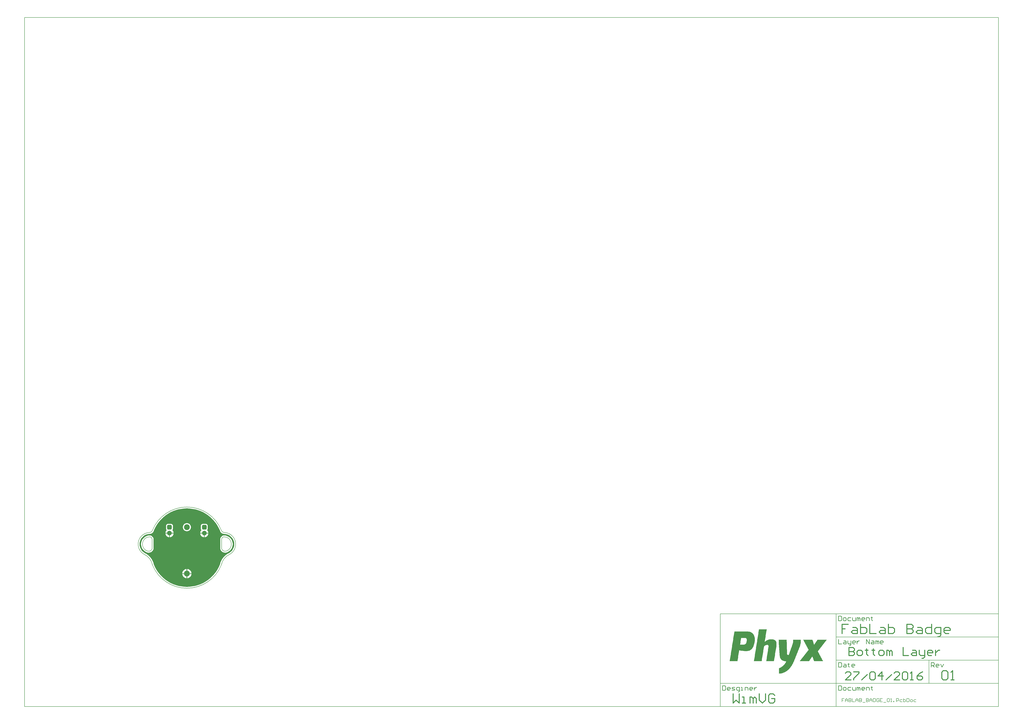
<source format=gbl>
G04 Layer_Physical_Order=2*
G04 Layer_Color=40191*
%FSLAX25Y25*%
%MOIN*%
G70*
G01*
G75*
%ADD12C,0.01575*%
%ADD13C,0.00787*%
%ADD14C,0.00984*%
G04:AMPARAMS|DCode=15|XSize=78.74mil|YSize=78.74mil|CornerRadius=19.69mil|HoleSize=0mil|Usage=FLASHONLY|Rotation=90.000|XOffset=0mil|YOffset=0mil|HoleType=Round|Shape=RoundedRectangle|*
%AMROUNDEDRECTD15*
21,1,0.07874,0.03937,0,0,90.0*
21,1,0.03937,0.07874,0,0,90.0*
1,1,0.03937,0.01969,0.01969*
1,1,0.03937,0.01969,-0.01969*
1,1,0.03937,-0.01969,-0.01969*
1,1,0.03937,-0.01969,0.01969*
%
%ADD15ROUNDEDRECTD15*%
%ADD16C,0.07874*%
%ADD17C,0.09843*%
G36*
X4757Y60440D02*
X9484Y59880D01*
X14153Y58951D01*
X18735Y57659D01*
X23201Y56012D01*
X27524Y54019D01*
X31677Y51693D01*
X35636Y49048D01*
X39374Y46101D01*
X42869Y42869D01*
X46101Y39374D01*
X49048Y35636D01*
X51693Y31677D01*
X54019Y27524D01*
X55576Y24147D01*
X56176Y22697D01*
X56180Y22676D01*
X56188Y22664D01*
X56379Y22139D01*
X57113Y20766D01*
X58100Y19563D01*
X59304Y18575D01*
X60676Y17842D01*
X62166Y17390D01*
X62856Y17313D01*
X63113Y17262D01*
X63257Y17290D01*
X64395Y17226D01*
X64399Y17226D01*
X65374Y17162D01*
X67595Y16720D01*
X69739Y15993D01*
X71770Y14991D01*
X73653Y13733D01*
X75355Y12240D01*
X76848Y10538D01*
X78106Y8655D01*
X79108Y6624D01*
X79835Y4480D01*
X80277Y2259D01*
X80425Y0D01*
X80277Y-2259D01*
X79835Y-4480D01*
X79108Y-6624D01*
X78106Y-8655D01*
X76848Y-10538D01*
X75355Y-12240D01*
X73653Y-13733D01*
X71842Y-14943D01*
X71250Y-15189D01*
X68527Y-16693D01*
X65990Y-18493D01*
X63670Y-20566D01*
X61598Y-22886D01*
X59798Y-25423D01*
X58293Y-28145D01*
X57102Y-31019D01*
X56241Y-34008D01*
X56121Y-34715D01*
X56012Y-35012D01*
X54019Y-39335D01*
X51693Y-43488D01*
X49048Y-47447D01*
X46101Y-51185D01*
X42869Y-54681D01*
X39374Y-57912D01*
X35636Y-60859D01*
X31677Y-63504D01*
X27524Y-65830D01*
X23201Y-67823D01*
X18735Y-69470D01*
X14153Y-70763D01*
X9484Y-71691D01*
X4757Y-72251D01*
X0Y-72438D01*
X-4757Y-72251D01*
X-9484Y-71691D01*
X-14153Y-70763D01*
X-18735Y-69470D01*
X-23201Y-67823D01*
X-27524Y-65830D01*
X-31677Y-63504D01*
X-35636Y-60859D01*
X-39374Y-57912D01*
X-42869Y-54681D01*
X-46101Y-51185D01*
X-49048Y-47447D01*
X-51693Y-43488D01*
X-54019Y-39335D01*
X-56012Y-35012D01*
X-56121Y-34715D01*
X-56241Y-34008D01*
X-57102Y-31019D01*
X-58293Y-28145D01*
X-59798Y-25423D01*
X-61598Y-22886D01*
X-63671Y-20566D01*
X-65990Y-18493D01*
X-68527Y-16693D01*
X-71250Y-15189D01*
X-71842Y-14943D01*
X-73653Y-13733D01*
X-75355Y-12240D01*
X-76848Y-10538D01*
X-78106Y-8655D01*
X-79108Y-6624D01*
X-79835Y-4480D01*
X-80277Y-2259D01*
X-80425Y0D01*
X-80277Y2259D01*
X-79835Y4480D01*
X-79108Y6624D01*
X-78106Y8655D01*
X-76848Y10538D01*
X-75355Y12240D01*
X-73653Y13733D01*
X-71770Y14991D01*
X-69739Y15993D01*
X-67595Y16720D01*
X-65374Y17162D01*
X-64399Y17226D01*
X-64395Y17226D01*
X-63257Y17290D01*
X-63113Y17262D01*
X-62856Y17313D01*
X-62166Y17390D01*
X-60676Y17842D01*
X-59304Y18575D01*
X-58100Y19563D01*
X-57113Y20766D01*
X-56379Y22139D01*
X-56188Y22664D01*
X-56180Y22676D01*
X-56176Y22697D01*
X-55576Y24147D01*
X-54019Y27524D01*
X-51693Y31677D01*
X-49048Y35636D01*
X-46101Y39374D01*
X-42869Y42869D01*
X-39374Y46101D01*
X-35636Y49048D01*
X-31677Y51693D01*
X-27524Y54019D01*
X-23201Y56012D01*
X-18735Y57659D01*
X-14153Y58951D01*
X-9484Y59880D01*
X-4757Y60440D01*
X0Y60627D01*
X4757Y60440D01*
D02*
G37*
%LPC*%
G36*
X591Y-42146D02*
Y-49409D01*
X7854D01*
X7760Y-48456D01*
X7310Y-46972D01*
X6579Y-45604D01*
X5595Y-44405D01*
X4396Y-43421D01*
X3028Y-42690D01*
X1544Y-42240D01*
X591Y-42146D01*
D02*
G37*
G36*
X62992Y14858D02*
X62814Y14823D01*
X62012Y14728D01*
X60762Y14349D01*
X59610Y13733D01*
X58600Y12905D01*
X57772Y11895D01*
X57156Y10743D01*
X56777Y9493D01*
X56649Y8194D01*
X56669Y7987D01*
X56647Y7874D01*
Y-7874D01*
X56830Y-8796D01*
X56892Y-8889D01*
X56989Y-9208D01*
X57786Y-10699D01*
X58859Y-12007D01*
X60167Y-13080D01*
X61659Y-13877D01*
X63277Y-14368D01*
X64961Y-14534D01*
X66644Y-14368D01*
X67527Y-14101D01*
X67682Y-14070D01*
X67688Y-14087D01*
X67851Y-14036D01*
X67914Y-13994D01*
X69737Y-13239D01*
X71725Y-12020D01*
X73498Y-10506D01*
X75012Y-8733D01*
X76231Y-6745D01*
X77123Y-4591D01*
X77667Y-2324D01*
X77850Y0D01*
X77667Y2324D01*
X77123Y4591D01*
X76231Y6745D01*
X75012Y8733D01*
X73498Y10506D01*
X71725Y12020D01*
X69737Y13239D01*
X67584Y14131D01*
X65316Y14675D01*
X62996Y14858D01*
X62996Y14858D01*
X62992Y14858D01*
D02*
G37*
G36*
X-30118Y18032D02*
X-36393D01*
X-36318Y17271D01*
X-35924Y15973D01*
X-35284Y14776D01*
X-34423Y13727D01*
X-33374Y12866D01*
X-32177Y12226D01*
X-30878Y11832D01*
X-30118Y11757D01*
Y18032D01*
D02*
G37*
G36*
X7854Y-50591D02*
X591D01*
Y-57854D01*
X1544Y-57760D01*
X3028Y-57310D01*
X4396Y-56579D01*
X5595Y-55595D01*
X6579Y-54396D01*
X7310Y-53028D01*
X7760Y-51544D01*
X7854Y-50591D01*
D02*
G37*
G36*
X-591Y-42146D02*
X-1544Y-42240D01*
X-3028Y-42690D01*
X-4396Y-43421D01*
X-5595Y-44405D01*
X-6579Y-45604D01*
X-7310Y-46972D01*
X-7760Y-48456D01*
X-7854Y-49409D01*
X-591D01*
Y-42146D01*
D02*
G37*
G36*
Y-50591D02*
X-7854D01*
X-7760Y-51544D01*
X-7310Y-53028D01*
X-6579Y-54396D01*
X-5595Y-55595D01*
X-4396Y-56579D01*
X-3028Y-57310D01*
X-1544Y-57760D01*
X-591Y-57854D01*
Y-50591D01*
D02*
G37*
G36*
X28937Y18032D02*
X22663D01*
X22738Y17271D01*
X23131Y15973D01*
X23771Y14776D01*
X24632Y13727D01*
X25681Y12866D01*
X26878Y12226D01*
X28177Y11832D01*
X28937Y11757D01*
Y18032D01*
D02*
G37*
G36*
X-27559Y34561D02*
X-31496D01*
X-32524Y34426D01*
X-33481Y34029D01*
X-34304Y33399D01*
X-34935Y32576D01*
X-35332Y31618D01*
X-35467Y30591D01*
Y26654D01*
X-35332Y25626D01*
X-34935Y24668D01*
X-34304Y23846D01*
X-35211Y22557D01*
X-35284Y22468D01*
X-35924Y21271D01*
X-36318Y19973D01*
X-36393Y19213D01*
X-29528D01*
X-22663D01*
X-22738Y19973D01*
X-23131Y21271D01*
X-23771Y22468D01*
X-23844Y22557D01*
X-24751Y23846D01*
X-24120Y24668D01*
X-23723Y25626D01*
X-23588Y26654D01*
Y30591D01*
X-23723Y31618D01*
X-24120Y32576D01*
X-24751Y33399D01*
X-25574Y34029D01*
X-26531Y34426D01*
X-27559Y34561D01*
D02*
G37*
G36*
X31496D02*
X27559D01*
X26531Y34426D01*
X25574Y34029D01*
X24751Y33399D01*
X24120Y32576D01*
X23723Y31618D01*
X23588Y30591D01*
Y26654D01*
X23723Y25626D01*
X24120Y24668D01*
X24751Y23846D01*
X23844Y22557D01*
X23771Y22468D01*
X23131Y21271D01*
X22738Y19973D01*
X22663Y19213D01*
X29528D01*
X36393D01*
X36318Y19973D01*
X35924Y21271D01*
X35284Y22468D01*
X35211Y22557D01*
X34304Y23846D01*
X34935Y24668D01*
X35332Y25626D01*
X35467Y26654D01*
Y30591D01*
X35332Y31618D01*
X34935Y32576D01*
X34304Y33399D01*
X33481Y34029D01*
X32524Y34426D01*
X31496Y34561D01*
D02*
G37*
G36*
X0Y35663D02*
X-1351Y35530D01*
X-2649Y35136D01*
X-3846Y34497D01*
X-4895Y33636D01*
X-5756Y32586D01*
X-6396Y31389D01*
X-6790Y30091D01*
X-6923Y28740D01*
X-6790Y27389D01*
X-6396Y26091D01*
X-5756Y24894D01*
X-4895Y23845D01*
X-3846Y22984D01*
X-2649Y22344D01*
X-1351Y21950D01*
X0Y21817D01*
X1351Y21950D01*
X2649Y22344D01*
X3846Y22984D01*
X4895Y23845D01*
X5756Y24894D01*
X6396Y26091D01*
X6790Y27389D01*
X6923Y28740D01*
X6790Y30091D01*
X6396Y31389D01*
X5756Y32586D01*
X4895Y33636D01*
X3846Y34497D01*
X2649Y35136D01*
X1351Y35530D01*
X0Y35663D01*
D02*
G37*
G36*
X-22663Y18032D02*
X-28937D01*
Y11757D01*
X-28177Y11832D01*
X-26878Y12226D01*
X-25681Y12866D01*
X-24632Y13727D01*
X-23771Y14776D01*
X-23131Y15973D01*
X-22738Y17271D01*
X-22663Y18032D01*
D02*
G37*
G36*
X36393D02*
X30118D01*
Y11757D01*
X30878Y11832D01*
X32177Y12226D01*
X33374Y12866D01*
X34423Y13727D01*
X35284Y14776D01*
X35924Y15973D01*
X36318Y17271D01*
X36393Y18032D01*
D02*
G37*
G36*
X-62992Y14858D02*
X-62996Y14858D01*
X-62996D01*
X-65316Y14675D01*
X-67584Y14131D01*
X-69737Y13239D01*
X-71725Y12020D01*
X-73498Y10506D01*
X-75012Y8733D01*
X-76231Y6745D01*
X-77123Y4591D01*
X-77667Y2324D01*
X-77850Y0D01*
X-77667Y-2324D01*
X-77123Y-4591D01*
X-76231Y-6745D01*
X-75012Y-8733D01*
X-73498Y-10506D01*
X-71725Y-12020D01*
X-69737Y-13239D01*
X-67914Y-13994D01*
X-67851Y-14036D01*
X-67688Y-14087D01*
X-67682Y-14070D01*
X-67527Y-14101D01*
X-66644Y-14368D01*
X-64961Y-14534D01*
X-63277Y-14368D01*
X-61659Y-13877D01*
X-60167Y-13080D01*
X-58859Y-12007D01*
X-57786Y-10699D01*
X-56989Y-9208D01*
X-56892Y-8889D01*
X-56830Y-8796D01*
X-56647Y-7874D01*
Y7874D01*
X-56669Y7987D01*
X-56649Y8194D01*
X-56777Y9493D01*
X-57156Y10743D01*
X-57772Y11895D01*
X-58600Y12905D01*
X-59610Y13733D01*
X-60762Y14349D01*
X-62012Y14728D01*
X-62657Y14792D01*
X-62814Y14823D01*
Y14823D01*
X-62992Y14858D01*
D02*
G37*
%LPD*%
G36*
X1042339Y-162457D02*
Y-162743D01*
Y-163030D01*
Y-163316D01*
Y-163602D01*
Y-163889D01*
Y-164175D01*
Y-164461D01*
Y-164748D01*
Y-165034D01*
Y-165320D01*
Y-165607D01*
Y-165893D01*
Y-166179D01*
Y-166466D01*
Y-166752D01*
Y-167038D01*
Y-167324D01*
Y-167611D01*
Y-167897D01*
Y-168183D01*
X1042053D01*
Y-168470D01*
Y-168756D01*
Y-169042D01*
Y-169329D01*
Y-169615D01*
X1041767D01*
Y-169901D01*
Y-170188D01*
Y-170474D01*
Y-170760D01*
X1041481D01*
Y-171047D01*
Y-171333D01*
Y-171619D01*
Y-171906D01*
X1041194D01*
Y-172192D01*
Y-172478D01*
Y-172764D01*
X1040908D01*
Y-173051D01*
Y-173337D01*
Y-173623D01*
X1040622D01*
Y-173910D01*
Y-174196D01*
Y-174482D01*
X1040335D01*
Y-174769D01*
Y-175055D01*
Y-175341D01*
X1040049D01*
Y-175628D01*
Y-175914D01*
X1039763D01*
Y-176200D01*
Y-176487D01*
X1039476D01*
Y-176773D01*
Y-177059D01*
Y-177345D01*
X1039190D01*
Y-177632D01*
Y-177918D01*
X1038904D01*
Y-178204D01*
Y-178491D01*
Y-178777D01*
X1038617D01*
Y-179063D01*
Y-179350D01*
X1038331D01*
Y-179636D01*
Y-179922D01*
Y-180209D01*
X1038045D01*
Y-180495D01*
Y-180781D01*
X1037758D01*
Y-181068D01*
Y-181354D01*
Y-181640D01*
X1037472D01*
Y-181926D01*
Y-182213D01*
X1037186D01*
Y-182499D01*
Y-182785D01*
Y-183072D01*
X1036899D01*
Y-183358D01*
Y-183644D01*
X1036613D01*
Y-183931D01*
Y-184217D01*
Y-184503D01*
X1036327D01*
Y-184790D01*
Y-185076D01*
X1036041D01*
Y-185362D01*
Y-185649D01*
Y-185935D01*
X1035754D01*
Y-186221D01*
Y-186507D01*
X1035468D01*
Y-186794D01*
Y-187080D01*
Y-187366D01*
X1035182D01*
Y-187653D01*
Y-187939D01*
X1034895D01*
Y-188225D01*
Y-188512D01*
Y-188798D01*
X1034609D01*
Y-189084D01*
Y-189371D01*
X1034323D01*
Y-189657D01*
Y-189943D01*
Y-190229D01*
X1034036D01*
Y-190516D01*
Y-190802D01*
X1033750D01*
Y-191088D01*
Y-191375D01*
Y-191661D01*
X1033464D01*
Y-191947D01*
Y-192234D01*
X1033177D01*
Y-192520D01*
Y-192806D01*
Y-193093D01*
X1032891D01*
Y-193379D01*
Y-193665D01*
X1032605D01*
Y-193952D01*
Y-194238D01*
Y-194524D01*
X1032318D01*
Y-194810D01*
Y-195097D01*
X1032032D01*
Y-195383D01*
Y-195669D01*
Y-195956D01*
X1031746D01*
Y-196242D01*
Y-196528D01*
X1031460D01*
Y-196815D01*
Y-197101D01*
Y-197387D01*
X1031173D01*
Y-197674D01*
Y-197960D01*
X1030887D01*
Y-198246D01*
Y-198533D01*
Y-198819D01*
X1030601D01*
Y-199105D01*
Y-199391D01*
X1030314D01*
Y-199678D01*
Y-199964D01*
X1030028D01*
Y-200251D01*
Y-200537D01*
X1029742D01*
Y-200823D01*
Y-201109D01*
Y-201396D01*
X1029455D01*
Y-201682D01*
X1029169D01*
Y-201968D01*
Y-202255D01*
Y-202541D01*
X1028883D01*
Y-202827D01*
X1028596D01*
Y-203114D01*
Y-203400D01*
X1028310D01*
Y-203686D01*
Y-203973D01*
X1028024D01*
Y-204259D01*
Y-204545D01*
X1027738D01*
Y-204832D01*
Y-205118D01*
X1027451D01*
Y-205404D01*
X1027165D01*
Y-205690D01*
Y-205977D01*
X1026879D01*
Y-206263D01*
Y-206549D01*
X1026592D01*
Y-206836D01*
X1026306D01*
Y-207122D01*
X1026020D01*
Y-207408D01*
Y-207695D01*
X1025733D01*
Y-207981D01*
X1025447D01*
Y-208267D01*
Y-208554D01*
X1025161D01*
Y-208840D01*
X1024874D01*
Y-209126D01*
X1024588D01*
Y-209413D01*
Y-209699D01*
X1024302D01*
Y-209985D01*
X1024015D01*
Y-210271D01*
X1023729D01*
Y-210558D01*
X1023443D01*
Y-210844D01*
X1023157D01*
Y-211130D01*
Y-211417D01*
X1022870D01*
Y-211703D01*
X1022584D01*
Y-211989D01*
X1022297D01*
Y-212276D01*
X1022011D01*
Y-212562D01*
X1021725D01*
Y-212848D01*
X1021439D01*
Y-213135D01*
X1021152D01*
Y-213421D01*
X1020580D01*
Y-213707D01*
X1020293D01*
Y-213994D01*
X1020007D01*
Y-214280D01*
X1019721D01*
Y-214566D01*
X1019434D01*
Y-214852D01*
X1018862D01*
Y-215139D01*
X1018575D01*
Y-215425D01*
X1018003D01*
Y-215711D01*
X1017717D01*
Y-215998D01*
X1017144D01*
Y-216284D01*
X1016858D01*
Y-216570D01*
X1016285D01*
Y-216857D01*
X1015712D01*
Y-217143D01*
X1015140D01*
Y-217429D01*
X1014567D01*
Y-217716D01*
X1013995D01*
Y-218002D01*
X1013136D01*
Y-218288D01*
X1012563D01*
Y-218575D01*
X1011704D01*
Y-218861D01*
X1010559D01*
Y-219147D01*
X1009414D01*
Y-219433D01*
X1007696D01*
Y-219720D01*
X1005691D01*
Y-220006D01*
X1005405D01*
Y-219720D01*
Y-219433D01*
Y-219147D01*
Y-218861D01*
Y-218575D01*
Y-218288D01*
Y-218002D01*
Y-217716D01*
Y-217429D01*
Y-217143D01*
Y-216857D01*
Y-216570D01*
Y-216284D01*
Y-215998D01*
Y-215711D01*
Y-215425D01*
Y-215139D01*
Y-214852D01*
Y-214566D01*
Y-214280D01*
Y-213994D01*
Y-213707D01*
Y-213421D01*
Y-213135D01*
Y-212848D01*
Y-212562D01*
Y-212276D01*
Y-211989D01*
Y-211703D01*
Y-211417D01*
Y-211130D01*
Y-210844D01*
Y-210558D01*
X1005978D01*
Y-210271D01*
X1006550D01*
Y-209985D01*
X1007123D01*
Y-209699D01*
X1007696D01*
Y-209413D01*
X1008268D01*
Y-209126D01*
X1008841D01*
Y-208840D01*
X1009127D01*
Y-208554D01*
X1009700D01*
Y-208267D01*
X1009986D01*
Y-207981D01*
X1010559D01*
Y-207695D01*
X1010845D01*
Y-207408D01*
X1011131D01*
Y-207122D01*
X1011704D01*
Y-206836D01*
X1011990D01*
Y-206549D01*
X1012277D01*
Y-206263D01*
X1012563D01*
Y-205977D01*
X1012849D01*
Y-205690D01*
X1013136D01*
Y-205404D01*
X1013422D01*
Y-205118D01*
X1013708D01*
Y-204832D01*
X1013995D01*
Y-204545D01*
X1014281D01*
Y-204259D01*
X1014567D01*
Y-203973D01*
X1014853D01*
Y-203686D01*
Y-203400D01*
X1015140D01*
Y-203114D01*
X1015426D01*
Y-202827D01*
X1015712D01*
Y-202541D01*
Y-202255D01*
X1015999D01*
Y-201968D01*
X1016285D01*
Y-201682D01*
Y-201396D01*
X1016571D01*
Y-201109D01*
Y-200823D01*
X1016858D01*
Y-200537D01*
X1017144D01*
Y-200251D01*
Y-199964D01*
X1017430D01*
Y-199678D01*
Y-199391D01*
X1017717D01*
Y-199105D01*
Y-198819D01*
X1015999D01*
Y-198533D01*
X1013995D01*
Y-198246D01*
X1012849D01*
Y-197960D01*
X1012277D01*
Y-197674D01*
X1011418D01*
Y-197387D01*
X1010845D01*
Y-197101D01*
X1010559D01*
Y-196815D01*
X1009986D01*
Y-196528D01*
X1009700D01*
Y-196242D01*
X1009414D01*
Y-195956D01*
X1009127D01*
Y-195669D01*
X1008841D01*
Y-195383D01*
X1008554D01*
Y-195097D01*
Y-194810D01*
X1008268D01*
Y-194524D01*
X1007982D01*
Y-194238D01*
Y-193952D01*
X1007696D01*
Y-193665D01*
Y-193379D01*
X1007409D01*
Y-193093D01*
Y-192806D01*
X1007123D01*
Y-192520D01*
Y-192234D01*
Y-191947D01*
X1006837D01*
Y-191661D01*
Y-191375D01*
Y-191088D01*
Y-190802D01*
X1006550D01*
Y-190516D01*
Y-190229D01*
Y-189943D01*
Y-189657D01*
Y-189371D01*
Y-189084D01*
Y-188798D01*
X1006264D01*
Y-188512D01*
Y-188225D01*
Y-187939D01*
Y-187653D01*
Y-187366D01*
Y-187080D01*
Y-186794D01*
Y-186507D01*
Y-186221D01*
Y-185935D01*
Y-185649D01*
Y-185362D01*
Y-185076D01*
Y-184790D01*
Y-184503D01*
X1005978D01*
Y-184217D01*
Y-183931D01*
Y-183644D01*
Y-183358D01*
Y-183072D01*
Y-182785D01*
Y-182499D01*
Y-182213D01*
Y-181926D01*
Y-181640D01*
Y-181354D01*
Y-181068D01*
Y-180781D01*
Y-180495D01*
Y-180209D01*
X1005691D01*
Y-179922D01*
Y-179636D01*
Y-179350D01*
Y-179063D01*
Y-178777D01*
Y-178491D01*
Y-178204D01*
Y-177918D01*
Y-177632D01*
Y-177345D01*
Y-177059D01*
Y-176773D01*
Y-176487D01*
Y-176200D01*
Y-175914D01*
Y-175628D01*
X1005405D01*
Y-175341D01*
Y-175055D01*
Y-174769D01*
Y-174482D01*
Y-174196D01*
Y-173910D01*
Y-173623D01*
Y-173337D01*
Y-173051D01*
Y-172764D01*
Y-172478D01*
Y-172192D01*
Y-171906D01*
Y-171619D01*
Y-171333D01*
Y-171047D01*
X1005119D01*
Y-170760D01*
Y-170474D01*
Y-170188D01*
Y-169901D01*
Y-169615D01*
Y-169329D01*
Y-169042D01*
Y-168756D01*
Y-168470D01*
Y-168183D01*
Y-167897D01*
Y-167611D01*
Y-167324D01*
Y-167038D01*
X1004832D01*
Y-166752D01*
Y-166466D01*
Y-166179D01*
Y-165893D01*
Y-165607D01*
Y-165320D01*
Y-165034D01*
Y-164748D01*
Y-164461D01*
Y-164175D01*
Y-163889D01*
Y-163602D01*
Y-163316D01*
Y-163030D01*
Y-162743D01*
Y-162457D01*
X1004546D01*
Y-162171D01*
X1018289D01*
Y-162457D01*
Y-162743D01*
Y-163030D01*
Y-163316D01*
Y-163602D01*
Y-163889D01*
Y-164175D01*
Y-164461D01*
Y-164748D01*
Y-165034D01*
Y-165320D01*
Y-165607D01*
Y-165893D01*
Y-166179D01*
X1018575D01*
Y-166466D01*
Y-166752D01*
Y-167038D01*
Y-167324D01*
Y-167611D01*
Y-167897D01*
Y-168183D01*
Y-168470D01*
Y-168756D01*
Y-169042D01*
Y-169329D01*
Y-169615D01*
Y-169901D01*
Y-170188D01*
Y-170474D01*
Y-170760D01*
Y-171047D01*
Y-171333D01*
Y-171619D01*
Y-171906D01*
Y-172192D01*
Y-172478D01*
Y-172764D01*
Y-173051D01*
Y-173337D01*
Y-173623D01*
Y-173910D01*
Y-174196D01*
Y-174482D01*
Y-174769D01*
Y-175055D01*
Y-175341D01*
Y-175628D01*
Y-175914D01*
Y-176200D01*
Y-176487D01*
Y-176773D01*
Y-177059D01*
Y-177345D01*
Y-177632D01*
Y-177918D01*
X1018862D01*
Y-178204D01*
X1018575D01*
Y-178491D01*
Y-178777D01*
X1018862D01*
Y-179063D01*
Y-179350D01*
Y-179636D01*
Y-179922D01*
Y-180209D01*
Y-180495D01*
Y-180781D01*
Y-181068D01*
Y-181354D01*
Y-181640D01*
Y-181926D01*
Y-182213D01*
Y-182499D01*
Y-182785D01*
Y-183072D01*
Y-183358D01*
Y-183644D01*
Y-183931D01*
Y-184217D01*
Y-184503D01*
Y-184790D01*
Y-185076D01*
Y-185362D01*
Y-185649D01*
Y-185935D01*
Y-186221D01*
X1019148D01*
Y-186507D01*
Y-186794D01*
Y-187080D01*
X1019434D01*
Y-187366D01*
X1019721D01*
Y-187653D01*
X1020007D01*
Y-187939D01*
X1020866D01*
Y-188225D01*
X1021725D01*
Y-187939D01*
X1022011D01*
Y-187653D01*
Y-187366D01*
Y-187080D01*
X1022297D01*
Y-186794D01*
Y-186507D01*
X1022584D01*
Y-186221D01*
Y-185935D01*
Y-185649D01*
X1022870D01*
Y-185362D01*
Y-185076D01*
Y-184790D01*
X1023157D01*
Y-184503D01*
Y-184217D01*
Y-183931D01*
X1023443D01*
Y-183644D01*
Y-183358D01*
Y-183072D01*
X1023729D01*
Y-182785D01*
Y-182499D01*
X1024015D01*
Y-182213D01*
Y-181926D01*
Y-181640D01*
X1024302D01*
Y-181354D01*
Y-181068D01*
Y-180781D01*
X1024588D01*
Y-180495D01*
Y-180209D01*
Y-179922D01*
X1024874D01*
Y-179636D01*
Y-179350D01*
X1025161D01*
Y-179063D01*
Y-178777D01*
Y-178491D01*
X1025447D01*
Y-178204D01*
Y-177918D01*
Y-177632D01*
X1025733D01*
Y-177345D01*
Y-177059D01*
Y-176773D01*
X1026020D01*
Y-176487D01*
Y-176200D01*
X1026306D01*
Y-175914D01*
Y-175628D01*
Y-175341D01*
X1026592D01*
Y-175055D01*
Y-174769D01*
Y-174482D01*
X1026879D01*
Y-174196D01*
Y-173910D01*
Y-173623D01*
X1027165D01*
Y-173337D01*
Y-173051D01*
X1027451D01*
Y-172764D01*
Y-172478D01*
Y-172192D01*
X1027738D01*
Y-171906D01*
Y-171619D01*
Y-171333D01*
X1028024D01*
Y-171047D01*
Y-170760D01*
Y-170474D01*
X1028310D01*
Y-170188D01*
Y-169901D01*
Y-169615D01*
Y-169329D01*
X1028596D01*
Y-169042D01*
Y-168756D01*
Y-168470D01*
Y-168183D01*
X1028883D01*
Y-167897D01*
Y-167611D01*
Y-167324D01*
Y-167038D01*
Y-166752D01*
X1029169D01*
Y-166466D01*
Y-166179D01*
Y-165893D01*
Y-165607D01*
Y-165320D01*
Y-165034D01*
X1029455D01*
Y-164748D01*
Y-164461D01*
Y-164175D01*
Y-163889D01*
Y-163602D01*
Y-163316D01*
Y-163030D01*
Y-162743D01*
Y-162457D01*
Y-162171D01*
X1042339D01*
Y-162457D01*
D02*
G37*
G36*
X984504Y-144992D02*
Y-145278D01*
X984218D01*
Y-145565D01*
Y-145851D01*
Y-146137D01*
Y-146424D01*
Y-146710D01*
Y-146996D01*
X983932D01*
Y-147283D01*
Y-147569D01*
Y-147855D01*
Y-148142D01*
Y-148428D01*
Y-148714D01*
X983645D01*
Y-149001D01*
Y-149287D01*
Y-149573D01*
Y-149859D01*
Y-150146D01*
Y-150432D01*
Y-150718D01*
X983359D01*
Y-151005D01*
Y-151291D01*
Y-151577D01*
Y-151864D01*
Y-152150D01*
Y-152436D01*
X983073D01*
Y-152723D01*
Y-153009D01*
Y-153295D01*
Y-153582D01*
Y-153868D01*
Y-154154D01*
X982786D01*
Y-154440D01*
Y-154727D01*
Y-155013D01*
Y-155299D01*
Y-155586D01*
Y-155872D01*
Y-156158D01*
X982500D01*
Y-156445D01*
Y-156731D01*
Y-157017D01*
Y-157304D01*
Y-157590D01*
Y-157876D01*
X982214D01*
Y-158162D01*
Y-158449D01*
Y-158735D01*
Y-159021D01*
Y-159308D01*
Y-159594D01*
X981927D01*
Y-159880D01*
Y-160167D01*
Y-160453D01*
Y-160739D01*
Y-161026D01*
Y-161312D01*
X981641D01*
Y-161598D01*
Y-161884D01*
Y-162171D01*
Y-162457D01*
Y-162743D01*
Y-163030D01*
Y-163316D01*
X981355D01*
Y-163602D01*
Y-163889D01*
Y-164175D01*
Y-164461D01*
Y-164748D01*
Y-165034D01*
X981069D01*
Y-165320D01*
Y-165607D01*
X981641D01*
Y-165320D01*
X981927D01*
Y-165034D01*
X982214D01*
Y-164748D01*
X982786D01*
Y-164461D01*
X983073D01*
Y-164175D01*
X983359D01*
Y-163889D01*
X983932D01*
Y-163602D01*
X984504D01*
Y-163316D01*
X984791D01*
Y-163030D01*
X985363D01*
Y-162743D01*
X986222D01*
Y-162457D01*
X986795D01*
Y-162171D01*
X987654D01*
Y-161884D01*
X989085D01*
Y-161598D01*
X995384D01*
Y-161884D01*
X996529D01*
Y-162171D01*
X997388D01*
Y-162457D01*
X997961D01*
Y-162743D01*
X998247D01*
Y-163030D01*
X998820D01*
Y-163316D01*
X999106D01*
Y-163602D01*
X999393D01*
Y-163889D01*
X999679D01*
Y-164175D01*
X999965D01*
Y-164461D01*
Y-164748D01*
X1000251D01*
Y-165034D01*
Y-165320D01*
X1000538D01*
Y-165607D01*
Y-165893D01*
Y-166179D01*
X1000824D01*
Y-166466D01*
Y-166752D01*
Y-167038D01*
Y-167324D01*
X1001110D01*
Y-167611D01*
Y-167897D01*
Y-168183D01*
Y-168470D01*
Y-168756D01*
Y-169042D01*
Y-169329D01*
Y-169615D01*
Y-169901D01*
Y-170188D01*
Y-170474D01*
Y-170760D01*
Y-171047D01*
Y-171333D01*
Y-171619D01*
Y-171906D01*
Y-172192D01*
Y-172478D01*
X1000824D01*
Y-172764D01*
Y-173051D01*
Y-173337D01*
Y-173623D01*
Y-173910D01*
Y-174196D01*
Y-174482D01*
X1000538D01*
Y-174769D01*
Y-175055D01*
Y-175341D01*
Y-175628D01*
Y-175914D01*
Y-176200D01*
Y-176487D01*
X1000251D01*
Y-176773D01*
Y-177059D01*
Y-177345D01*
Y-177632D01*
Y-177918D01*
Y-178204D01*
X999965D01*
Y-178491D01*
Y-178777D01*
Y-179063D01*
Y-179350D01*
Y-179636D01*
Y-179922D01*
X999679D01*
Y-180209D01*
Y-180495D01*
Y-180781D01*
Y-181068D01*
Y-181354D01*
Y-181640D01*
X999393D01*
Y-181926D01*
Y-182213D01*
Y-182499D01*
Y-182785D01*
Y-183072D01*
Y-183358D01*
Y-183644D01*
X999106D01*
Y-183931D01*
Y-184217D01*
Y-184503D01*
Y-184790D01*
Y-185076D01*
Y-185362D01*
X998820D01*
Y-185649D01*
Y-185935D01*
Y-186221D01*
Y-186507D01*
Y-186794D01*
Y-187080D01*
X998534D01*
Y-187366D01*
Y-187653D01*
Y-187939D01*
Y-188225D01*
Y-188512D01*
Y-188798D01*
Y-189084D01*
X998247D01*
Y-189371D01*
Y-189657D01*
Y-189943D01*
Y-190229D01*
Y-190516D01*
Y-190802D01*
X997961D01*
Y-191088D01*
Y-191375D01*
Y-191661D01*
Y-191947D01*
Y-192234D01*
Y-192520D01*
X997675D01*
Y-192806D01*
Y-193093D01*
Y-193379D01*
Y-193665D01*
Y-193952D01*
Y-194238D01*
X997388D01*
Y-194524D01*
Y-194810D01*
Y-195097D01*
Y-195383D01*
Y-195669D01*
Y-195956D01*
Y-196242D01*
X997102D01*
Y-196528D01*
Y-196815D01*
Y-197101D01*
Y-197387D01*
Y-197674D01*
Y-197960D01*
X996816D01*
Y-198246D01*
Y-198533D01*
X983645D01*
Y-198246D01*
Y-197960D01*
X983932D01*
Y-197674D01*
Y-197387D01*
Y-197101D01*
Y-196815D01*
Y-196528D01*
Y-196242D01*
X984218D01*
Y-195956D01*
Y-195669D01*
Y-195383D01*
Y-195097D01*
Y-194810D01*
Y-194524D01*
Y-194238D01*
X984504D01*
Y-193952D01*
Y-193665D01*
Y-193379D01*
Y-193093D01*
Y-192806D01*
Y-192520D01*
X984791D01*
Y-192234D01*
Y-191947D01*
Y-191661D01*
Y-191375D01*
Y-191088D01*
Y-190802D01*
X985077D01*
Y-190516D01*
Y-190229D01*
Y-189943D01*
Y-189657D01*
Y-189371D01*
Y-189084D01*
Y-188798D01*
X985363D01*
Y-188512D01*
Y-188225D01*
Y-187939D01*
Y-187653D01*
Y-187366D01*
Y-187080D01*
X985649D01*
Y-186794D01*
Y-186507D01*
Y-186221D01*
Y-185935D01*
Y-185649D01*
Y-185362D01*
Y-185076D01*
X985936D01*
Y-184790D01*
Y-184503D01*
Y-184217D01*
Y-183931D01*
Y-183644D01*
Y-183358D01*
X986222D01*
Y-183072D01*
Y-182785D01*
Y-182499D01*
Y-182213D01*
Y-181926D01*
Y-181640D01*
X986508D01*
Y-181354D01*
Y-181068D01*
Y-180781D01*
Y-180495D01*
Y-180209D01*
Y-179922D01*
X986795D01*
Y-179636D01*
Y-179350D01*
Y-179063D01*
Y-178777D01*
Y-178491D01*
Y-178204D01*
Y-177918D01*
X987081D01*
Y-177632D01*
Y-177345D01*
Y-177059D01*
Y-176773D01*
Y-176487D01*
Y-176200D01*
X987367D01*
Y-175914D01*
Y-175628D01*
Y-175341D01*
Y-175055D01*
Y-174769D01*
Y-174482D01*
Y-174196D01*
X987654D01*
Y-173910D01*
Y-173623D01*
Y-173337D01*
Y-173051D01*
Y-172764D01*
Y-172478D01*
X987367D01*
Y-172192D01*
Y-171906D01*
X987081D01*
Y-171619D01*
X986795D01*
Y-171333D01*
X986222D01*
Y-171047D01*
X984504D01*
Y-171333D01*
X983073D01*
Y-171619D01*
X982214D01*
Y-171906D01*
X981641D01*
Y-172192D01*
X981355D01*
Y-172478D01*
X980782D01*
Y-172764D01*
X980496D01*
Y-173051D01*
X980210D01*
Y-173337D01*
Y-173623D01*
X979923D01*
Y-173910D01*
Y-174196D01*
Y-174482D01*
X979637D01*
Y-174769D01*
Y-175055D01*
Y-175341D01*
Y-175628D01*
Y-175914D01*
Y-176200D01*
X979351D01*
Y-176487D01*
Y-176773D01*
Y-177059D01*
Y-177345D01*
Y-177632D01*
Y-177918D01*
Y-178204D01*
X979064D01*
Y-178491D01*
Y-178777D01*
Y-179063D01*
Y-179350D01*
Y-179636D01*
Y-179922D01*
X978778D01*
Y-180209D01*
Y-180495D01*
Y-180781D01*
Y-181068D01*
Y-181354D01*
Y-181640D01*
X978492D01*
Y-181926D01*
Y-182213D01*
Y-182499D01*
Y-182785D01*
Y-183072D01*
Y-183358D01*
X978205D01*
Y-183644D01*
Y-183931D01*
Y-184217D01*
Y-184503D01*
Y-184790D01*
Y-185076D01*
Y-185362D01*
X977919D01*
Y-185649D01*
Y-185935D01*
Y-186221D01*
Y-186507D01*
Y-186794D01*
Y-187080D01*
X977633D01*
Y-187366D01*
Y-187653D01*
Y-187939D01*
Y-188225D01*
Y-188512D01*
Y-188798D01*
X977346D01*
Y-189084D01*
Y-189371D01*
Y-189657D01*
Y-189943D01*
Y-190229D01*
Y-190516D01*
Y-190802D01*
X977060D01*
Y-191088D01*
Y-191375D01*
Y-191661D01*
Y-191947D01*
Y-192234D01*
Y-192520D01*
X976774D01*
Y-192806D01*
Y-193093D01*
Y-193379D01*
Y-193665D01*
Y-193952D01*
Y-194238D01*
X976488D01*
Y-194524D01*
Y-194810D01*
Y-195097D01*
Y-195383D01*
Y-195669D01*
Y-195956D01*
X976201D01*
Y-196242D01*
Y-196528D01*
Y-196815D01*
Y-197101D01*
Y-197387D01*
Y-197674D01*
Y-197960D01*
X975915D01*
Y-198246D01*
Y-198533D01*
X962745D01*
Y-198246D01*
Y-197960D01*
X963031D01*
Y-197674D01*
Y-197387D01*
Y-197101D01*
Y-196815D01*
Y-196528D01*
Y-196242D01*
Y-195956D01*
X963317D01*
Y-195669D01*
Y-195383D01*
Y-195097D01*
Y-194810D01*
Y-194524D01*
Y-194238D01*
X963603D01*
Y-193952D01*
Y-193665D01*
Y-193379D01*
Y-193093D01*
Y-192806D01*
Y-192520D01*
X963890D01*
Y-192234D01*
Y-191947D01*
Y-191661D01*
Y-191375D01*
Y-191088D01*
Y-190802D01*
Y-190516D01*
X964176D01*
Y-190229D01*
Y-189943D01*
Y-189657D01*
Y-189371D01*
Y-189084D01*
Y-188798D01*
X964462D01*
Y-188512D01*
Y-188225D01*
Y-187939D01*
Y-187653D01*
Y-187366D01*
Y-187080D01*
X964749D01*
Y-186794D01*
Y-186507D01*
Y-186221D01*
Y-185935D01*
Y-185649D01*
Y-185362D01*
X965035D01*
Y-185076D01*
Y-184790D01*
Y-184503D01*
Y-184217D01*
Y-183931D01*
Y-183644D01*
Y-183358D01*
X965321D01*
Y-183072D01*
Y-182785D01*
Y-182499D01*
Y-182213D01*
Y-181926D01*
Y-181640D01*
X965608D01*
Y-181354D01*
Y-181068D01*
Y-180781D01*
Y-180495D01*
Y-180209D01*
Y-179922D01*
X965894D01*
Y-179636D01*
Y-179350D01*
Y-179063D01*
Y-178777D01*
Y-178491D01*
Y-178204D01*
Y-177918D01*
X966180D01*
Y-177632D01*
Y-177345D01*
Y-177059D01*
Y-176773D01*
Y-176487D01*
Y-176200D01*
X966467D01*
Y-175914D01*
Y-175628D01*
Y-175341D01*
Y-175055D01*
Y-174769D01*
Y-174482D01*
X966753D01*
Y-174196D01*
Y-173910D01*
Y-173623D01*
Y-173337D01*
Y-173051D01*
Y-172764D01*
X967039D01*
Y-172478D01*
Y-172192D01*
Y-171906D01*
Y-171619D01*
Y-171333D01*
Y-171047D01*
Y-170760D01*
X967325D01*
Y-170474D01*
Y-170188D01*
Y-169901D01*
Y-169615D01*
Y-169329D01*
Y-169042D01*
X967612D01*
Y-168756D01*
Y-168470D01*
Y-168183D01*
Y-167897D01*
Y-167611D01*
Y-167324D01*
X967898D01*
Y-167038D01*
Y-166752D01*
Y-166466D01*
Y-166179D01*
Y-165893D01*
Y-165607D01*
X968184D01*
Y-165320D01*
Y-165034D01*
Y-164748D01*
Y-164461D01*
Y-164175D01*
Y-163889D01*
Y-163602D01*
X968471D01*
Y-163316D01*
Y-163030D01*
Y-162743D01*
Y-162457D01*
Y-162171D01*
Y-161884D01*
X968757D01*
Y-161598D01*
Y-161312D01*
Y-161026D01*
Y-160739D01*
Y-160453D01*
Y-160167D01*
X969043D01*
Y-159880D01*
Y-159594D01*
Y-159308D01*
Y-159021D01*
Y-158735D01*
Y-158449D01*
Y-158162D01*
X969330D01*
Y-157876D01*
Y-157590D01*
Y-157304D01*
Y-157017D01*
Y-156731D01*
Y-156445D01*
X969616D01*
Y-156158D01*
Y-155872D01*
Y-155586D01*
Y-155299D01*
Y-155013D01*
Y-154727D01*
X969902D01*
Y-154440D01*
Y-154154D01*
Y-153868D01*
Y-153582D01*
Y-153295D01*
Y-153009D01*
X970189D01*
Y-152723D01*
Y-152436D01*
Y-152150D01*
Y-151864D01*
Y-151577D01*
Y-151291D01*
Y-151005D01*
X970475D01*
Y-150718D01*
Y-150432D01*
Y-150146D01*
Y-149859D01*
Y-149573D01*
Y-149287D01*
X970761D01*
Y-149001D01*
Y-148714D01*
Y-148428D01*
Y-148142D01*
Y-147855D01*
Y-147569D01*
X971047D01*
Y-147283D01*
Y-146996D01*
Y-146710D01*
Y-146424D01*
Y-146137D01*
Y-145851D01*
Y-145565D01*
X971334D01*
Y-145278D01*
Y-144992D01*
Y-144706D01*
X984504D01*
Y-144992D01*
D02*
G37*
G36*
X953296Y-148428D02*
X955014D01*
Y-148714D01*
X955873D01*
Y-149001D01*
X956732D01*
Y-149287D01*
X957591D01*
Y-149573D01*
X958164D01*
Y-149859D01*
X958450D01*
Y-150146D01*
X959022D01*
Y-150432D01*
X959309D01*
Y-150718D01*
X959881D01*
Y-151005D01*
X960168D01*
Y-151291D01*
X960454D01*
Y-151577D01*
X960740D01*
Y-151864D01*
X961027D01*
Y-152150D01*
X961313D01*
Y-152436D01*
X961599D01*
Y-152723D01*
Y-153009D01*
X961886D01*
Y-153295D01*
X962172D01*
Y-153582D01*
Y-153868D01*
X962458D01*
Y-154154D01*
X962745D01*
Y-154440D01*
Y-154727D01*
X963031D01*
Y-155013D01*
Y-155299D01*
Y-155586D01*
X963317D01*
Y-155872D01*
Y-156158D01*
Y-156445D01*
X963603D01*
Y-156731D01*
Y-157017D01*
Y-157304D01*
Y-157590D01*
X963890D01*
Y-157876D01*
Y-158162D01*
Y-158449D01*
Y-158735D01*
Y-159021D01*
X964176D01*
Y-159308D01*
Y-159594D01*
Y-159880D01*
Y-160167D01*
Y-160453D01*
Y-160739D01*
Y-161026D01*
Y-161312D01*
Y-161598D01*
Y-161884D01*
Y-162171D01*
Y-162457D01*
Y-162743D01*
Y-163030D01*
Y-163316D01*
Y-163602D01*
Y-163889D01*
Y-164175D01*
Y-164461D01*
Y-164748D01*
X963890D01*
Y-165034D01*
Y-165320D01*
Y-165607D01*
Y-165893D01*
Y-166179D01*
Y-166466D01*
Y-166752D01*
X963603D01*
Y-167038D01*
Y-167324D01*
Y-167611D01*
Y-167897D01*
Y-168183D01*
X963317D01*
Y-168470D01*
Y-168756D01*
Y-169042D01*
Y-169329D01*
Y-169615D01*
X963031D01*
Y-169901D01*
Y-170188D01*
Y-170474D01*
X962745D01*
Y-170760D01*
Y-171047D01*
Y-171333D01*
Y-171619D01*
X962458D01*
Y-171906D01*
Y-172192D01*
Y-172478D01*
X962172D01*
Y-172764D01*
Y-173051D01*
X961886D01*
Y-173337D01*
Y-173623D01*
Y-173910D01*
X961599D01*
Y-174196D01*
Y-174482D01*
X961313D01*
Y-174769D01*
Y-175055D01*
X961027D01*
Y-175341D01*
Y-175628D01*
X960740D01*
Y-175914D01*
X960454D01*
Y-176200D01*
Y-176487D01*
X960168D01*
Y-176773D01*
X959881D01*
Y-177059D01*
X959595D01*
Y-177345D01*
Y-177632D01*
X959309D01*
Y-177918D01*
X959022D01*
Y-178204D01*
X958736D01*
Y-178491D01*
X958450D01*
Y-178777D01*
X958164D01*
Y-179063D01*
X957591D01*
Y-179350D01*
X957304D01*
Y-179636D01*
X956732D01*
Y-179922D01*
X956446D01*
Y-180209D01*
X955873D01*
Y-180495D01*
X955014D01*
Y-180781D01*
X954155D01*
Y-181068D01*
X953296D01*
Y-181354D01*
X951578D01*
Y-181640D01*
X946425D01*
Y-181354D01*
X943848D01*
Y-181068D01*
X941844D01*
Y-180781D01*
X940412D01*
Y-180495D01*
X938980D01*
Y-180209D01*
X937549D01*
Y-180495D01*
Y-180781D01*
Y-181068D01*
Y-181354D01*
Y-181640D01*
Y-181926D01*
Y-182213D01*
X937263D01*
Y-182499D01*
Y-182785D01*
Y-183072D01*
Y-183358D01*
Y-183644D01*
Y-183931D01*
X936976D01*
Y-184217D01*
Y-184503D01*
Y-184790D01*
Y-185076D01*
Y-185362D01*
Y-185649D01*
X936690D01*
Y-185935D01*
Y-186221D01*
Y-186507D01*
Y-186794D01*
Y-187080D01*
Y-187366D01*
Y-187653D01*
X936404D01*
Y-187939D01*
Y-188225D01*
Y-188512D01*
Y-188798D01*
Y-189084D01*
Y-189371D01*
X936117D01*
Y-189657D01*
Y-189943D01*
Y-190229D01*
Y-190516D01*
Y-190802D01*
Y-191088D01*
X935831D01*
Y-191375D01*
Y-191661D01*
Y-191947D01*
Y-192234D01*
Y-192520D01*
Y-192806D01*
Y-193093D01*
X935545D01*
Y-193379D01*
Y-193665D01*
Y-193952D01*
Y-194238D01*
Y-194524D01*
Y-194810D01*
X935258D01*
Y-195097D01*
Y-195383D01*
Y-195669D01*
Y-195956D01*
Y-196242D01*
Y-196528D01*
X934972D01*
Y-196815D01*
Y-197101D01*
Y-197387D01*
Y-197674D01*
Y-197960D01*
Y-198246D01*
Y-198533D01*
X921515D01*
Y-198246D01*
X921802D01*
Y-197960D01*
Y-197674D01*
Y-197387D01*
Y-197101D01*
Y-196815D01*
X922088D01*
Y-196528D01*
Y-196242D01*
Y-195956D01*
Y-195669D01*
Y-195383D01*
Y-195097D01*
Y-194810D01*
X922374D01*
Y-194524D01*
Y-194238D01*
Y-193952D01*
Y-193665D01*
Y-193379D01*
Y-193093D01*
X922661D01*
Y-192806D01*
Y-192520D01*
Y-192234D01*
Y-191947D01*
Y-191661D01*
Y-191375D01*
X922947D01*
Y-191088D01*
Y-190802D01*
Y-190516D01*
Y-190229D01*
Y-189943D01*
Y-189657D01*
Y-189371D01*
X923233D01*
Y-189084D01*
Y-188798D01*
Y-188512D01*
Y-188225D01*
Y-187939D01*
Y-187653D01*
X923520D01*
Y-187366D01*
Y-187080D01*
Y-186794D01*
Y-186507D01*
Y-186221D01*
Y-185935D01*
X923806D01*
Y-185649D01*
Y-185362D01*
Y-185076D01*
Y-184790D01*
Y-184503D01*
Y-184217D01*
X924092D01*
Y-183931D01*
Y-183644D01*
Y-183358D01*
Y-183072D01*
Y-182785D01*
Y-182499D01*
Y-182213D01*
X924378D01*
Y-181926D01*
Y-181640D01*
Y-181354D01*
Y-181068D01*
Y-180781D01*
Y-180495D01*
X924665D01*
Y-180209D01*
Y-179922D01*
Y-179636D01*
Y-179350D01*
Y-179063D01*
Y-178777D01*
X924951D01*
Y-178491D01*
Y-178204D01*
Y-177918D01*
Y-177632D01*
Y-177345D01*
Y-177059D01*
X925237D01*
Y-176773D01*
Y-176487D01*
Y-176200D01*
Y-175914D01*
Y-175628D01*
Y-175341D01*
Y-175055D01*
X925524D01*
Y-174769D01*
Y-174482D01*
Y-174196D01*
Y-173910D01*
Y-173623D01*
Y-173337D01*
X925810D01*
Y-173051D01*
Y-172764D01*
Y-172478D01*
Y-172192D01*
Y-171906D01*
Y-171619D01*
X926096D01*
Y-171333D01*
Y-171047D01*
Y-170760D01*
Y-170474D01*
Y-170188D01*
Y-169901D01*
Y-169615D01*
X926383D01*
Y-169329D01*
Y-169042D01*
Y-168756D01*
Y-168470D01*
Y-168183D01*
Y-167897D01*
X926669D01*
Y-167611D01*
Y-167324D01*
Y-167038D01*
Y-166752D01*
Y-166466D01*
Y-166179D01*
X926955D01*
Y-165893D01*
Y-165607D01*
Y-165320D01*
Y-165034D01*
Y-164748D01*
Y-164461D01*
X927242D01*
Y-164175D01*
Y-163889D01*
Y-163602D01*
Y-163316D01*
Y-163030D01*
Y-162743D01*
Y-162457D01*
X927528D01*
Y-162171D01*
Y-161884D01*
Y-161598D01*
Y-161312D01*
Y-161026D01*
Y-160739D01*
X927814D01*
Y-160453D01*
Y-160167D01*
Y-159880D01*
Y-159594D01*
Y-159308D01*
Y-159021D01*
X928101D01*
Y-158735D01*
Y-158449D01*
Y-158162D01*
Y-157876D01*
Y-157590D01*
Y-157304D01*
Y-157017D01*
X928387D01*
Y-156731D01*
Y-156445D01*
Y-156158D01*
Y-155872D01*
Y-155586D01*
Y-155299D01*
X928673D01*
Y-155013D01*
Y-154727D01*
Y-154440D01*
Y-154154D01*
Y-153868D01*
Y-153582D01*
X928959D01*
Y-153295D01*
Y-153009D01*
Y-152723D01*
Y-152436D01*
Y-152150D01*
Y-151864D01*
Y-151577D01*
X929246D01*
Y-151291D01*
Y-151005D01*
Y-150718D01*
Y-150432D01*
Y-150146D01*
Y-149859D01*
X929532D01*
Y-149573D01*
Y-149287D01*
Y-149001D01*
Y-148714D01*
Y-148428D01*
Y-148142D01*
X953296D01*
Y-148428D01*
D02*
G37*
G36*
X1086432Y-162457D02*
X1086145D01*
Y-162743D01*
X1085859D01*
Y-163030D01*
Y-163316D01*
X1085573D01*
Y-163602D01*
X1085286D01*
Y-163889D01*
X1085000D01*
Y-164175D01*
Y-164461D01*
X1084714D01*
Y-164748D01*
X1084427D01*
Y-165034D01*
X1084141D01*
Y-165320D01*
X1083855D01*
Y-165607D01*
Y-165893D01*
X1083568D01*
Y-166179D01*
X1083282D01*
Y-166466D01*
X1082996D01*
Y-166752D01*
Y-167038D01*
X1082710D01*
Y-167324D01*
X1082423D01*
Y-167611D01*
X1082137D01*
Y-167897D01*
X1081851D01*
Y-168183D01*
Y-168470D01*
X1081564D01*
Y-168756D01*
X1081278D01*
Y-169042D01*
X1080992D01*
Y-169329D01*
Y-169615D01*
X1080705D01*
Y-169901D01*
X1080419D01*
Y-170188D01*
X1080133D01*
Y-170474D01*
Y-170760D01*
X1079846D01*
Y-171047D01*
X1079560D01*
Y-171333D01*
X1079274D01*
Y-171619D01*
X1078988D01*
Y-171906D01*
Y-172192D01*
X1078701D01*
Y-172478D01*
X1078415D01*
Y-172764D01*
X1078129D01*
Y-173051D01*
Y-173337D01*
X1077842D01*
Y-173623D01*
X1077556D01*
Y-173910D01*
X1077270D01*
Y-174196D01*
Y-174482D01*
X1076983D01*
Y-174769D01*
X1076697D01*
Y-175055D01*
X1076411D01*
Y-175341D01*
X1076124D01*
Y-175628D01*
Y-175914D01*
X1075838D01*
Y-176200D01*
X1075552D01*
Y-176487D01*
X1075265D01*
Y-176773D01*
Y-177059D01*
X1074979D01*
Y-177345D01*
X1074693D01*
Y-177632D01*
X1074407D01*
Y-177918D01*
Y-178204D01*
X1074120D01*
Y-178491D01*
X1073834D01*
Y-178777D01*
X1073547D01*
Y-179063D01*
X1073261D01*
Y-179350D01*
Y-179636D01*
X1072975D01*
Y-179922D01*
X1072689D01*
Y-180209D01*
X1072402D01*
Y-180495D01*
Y-180781D01*
X1072116D01*
Y-181068D01*
X1071830D01*
Y-181354D01*
X1071543D01*
Y-181640D01*
X1071257D01*
Y-181926D01*
Y-182213D01*
X1071543D01*
Y-182499D01*
Y-182785D01*
X1071830D01*
Y-183072D01*
Y-183358D01*
X1072116D01*
Y-183644D01*
X1072402D01*
Y-183931D01*
Y-184217D01*
X1072689D01*
Y-184503D01*
Y-184790D01*
X1072975D01*
Y-185076D01*
Y-185362D01*
X1073261D01*
Y-185649D01*
Y-185935D01*
X1073547D01*
Y-186221D01*
Y-186507D01*
X1073834D01*
Y-186794D01*
Y-187080D01*
X1074120D01*
Y-187366D01*
Y-187653D01*
X1074407D01*
Y-187939D01*
Y-188225D01*
X1074693D01*
Y-188512D01*
X1074979D01*
Y-188798D01*
Y-189084D01*
X1075265D01*
Y-189371D01*
Y-189657D01*
X1075552D01*
Y-189943D01*
Y-190229D01*
X1075838D01*
Y-190516D01*
Y-190802D01*
X1076124D01*
Y-191088D01*
Y-191375D01*
X1076411D01*
Y-191661D01*
Y-191947D01*
X1076697D01*
Y-192234D01*
Y-192520D01*
X1076983D01*
Y-192806D01*
X1077270D01*
Y-193093D01*
Y-193379D01*
X1077556D01*
Y-193665D01*
Y-193952D01*
X1077842D01*
Y-194238D01*
Y-194524D01*
X1078129D01*
Y-194810D01*
Y-195097D01*
X1078415D01*
Y-195383D01*
Y-195669D01*
X1078701D01*
Y-195956D01*
Y-196242D01*
X1078988D01*
Y-196528D01*
Y-196815D01*
X1079274D01*
Y-197101D01*
X1079560D01*
Y-197387D01*
Y-197674D01*
X1079846D01*
Y-197960D01*
Y-198246D01*
X1080133D01*
Y-198533D01*
X1064958D01*
Y-198246D01*
X1064672D01*
Y-197960D01*
Y-197674D01*
Y-197387D01*
X1064386D01*
Y-197101D01*
Y-196815D01*
Y-196528D01*
X1064099D01*
Y-196242D01*
Y-195956D01*
X1063813D01*
Y-195669D01*
Y-195383D01*
Y-195097D01*
X1063527D01*
Y-194810D01*
Y-194524D01*
Y-194238D01*
X1063240D01*
Y-193952D01*
Y-193665D01*
X1062954D01*
Y-193379D01*
Y-193093D01*
Y-192806D01*
X1062668D01*
Y-192520D01*
Y-192234D01*
Y-191947D01*
X1062381D01*
Y-191661D01*
Y-191375D01*
Y-191088D01*
X1062095D01*
Y-190802D01*
X1061522D01*
Y-191088D01*
Y-191375D01*
X1061236D01*
Y-191661D01*
X1060950D01*
Y-191947D01*
Y-192234D01*
X1060664D01*
Y-192520D01*
X1060377D01*
Y-192806D01*
Y-193093D01*
X1060091D01*
Y-193379D01*
X1059805D01*
Y-193665D01*
Y-193952D01*
X1059518D01*
Y-194238D01*
X1059232D01*
Y-194524D01*
X1058946D01*
Y-194810D01*
Y-195097D01*
X1058659D01*
Y-195383D01*
X1058373D01*
Y-195669D01*
Y-195956D01*
X1058087D01*
Y-196242D01*
X1057800D01*
Y-196528D01*
Y-196815D01*
X1057514D01*
Y-197101D01*
X1057228D01*
Y-197387D01*
Y-197674D01*
X1056941D01*
Y-197960D01*
X1056655D01*
Y-198246D01*
Y-198533D01*
X1040622D01*
Y-198246D01*
X1040908D01*
Y-197960D01*
X1041194D01*
Y-197674D01*
X1041481D01*
Y-197387D01*
X1041767D01*
Y-197101D01*
Y-196815D01*
X1042053D01*
Y-196528D01*
X1042339D01*
Y-196242D01*
X1042626D01*
Y-195956D01*
X1042912D01*
Y-195669D01*
Y-195383D01*
X1043198D01*
Y-195097D01*
X1043485D01*
Y-194810D01*
X1043771D01*
Y-194524D01*
Y-194238D01*
X1044057D01*
Y-193952D01*
X1044344D01*
Y-193665D01*
X1044630D01*
Y-193379D01*
X1044916D01*
Y-193093D01*
Y-192806D01*
X1045203D01*
Y-192520D01*
X1045489D01*
Y-192234D01*
X1045775D01*
Y-191947D01*
X1046062D01*
Y-191661D01*
Y-191375D01*
X1046348D01*
Y-191088D01*
X1046634D01*
Y-190802D01*
X1046920D01*
Y-190516D01*
Y-190229D01*
X1047207D01*
Y-189943D01*
X1047493D01*
Y-189657D01*
X1047779D01*
Y-189371D01*
X1048066D01*
Y-189084D01*
Y-188798D01*
X1048352D01*
Y-188512D01*
X1048638D01*
Y-188225D01*
X1048925D01*
Y-187939D01*
Y-187653D01*
X1049211D01*
Y-187366D01*
X1049497D01*
Y-187080D01*
X1049784D01*
Y-186794D01*
X1050070D01*
Y-186507D01*
Y-186221D01*
X1050356D01*
Y-185935D01*
X1050642D01*
Y-185649D01*
X1050929D01*
Y-185362D01*
Y-185076D01*
X1051215D01*
Y-184790D01*
X1051501D01*
Y-184503D01*
X1051788D01*
Y-184217D01*
X1052074D01*
Y-183931D01*
Y-183644D01*
X1052360D01*
Y-183358D01*
X1052647D01*
Y-183072D01*
X1052933D01*
Y-182785D01*
X1053219D01*
Y-182499D01*
Y-182213D01*
X1053506D01*
Y-181926D01*
X1053792D01*
Y-181640D01*
X1054078D01*
Y-181354D01*
Y-181068D01*
X1054365D01*
Y-180781D01*
X1054651D01*
Y-180495D01*
X1054937D01*
Y-180209D01*
X1055223D01*
Y-179922D01*
Y-179636D01*
X1055510D01*
Y-179350D01*
Y-179063D01*
Y-178777D01*
X1055223D01*
Y-178491D01*
X1054937D01*
Y-178204D01*
Y-177918D01*
X1054651D01*
Y-177632D01*
Y-177345D01*
X1054365D01*
Y-177059D01*
Y-176773D01*
X1054078D01*
Y-176487D01*
Y-176200D01*
X1053792D01*
Y-175914D01*
Y-175628D01*
X1053506D01*
Y-175341D01*
Y-175055D01*
X1053219D01*
Y-174769D01*
X1052933D01*
Y-174482D01*
Y-174196D01*
X1052647D01*
Y-173910D01*
Y-173623D01*
X1052360D01*
Y-173337D01*
Y-173051D01*
X1052074D01*
Y-172764D01*
Y-172478D01*
X1051788D01*
Y-172192D01*
Y-171906D01*
X1051501D01*
Y-171619D01*
Y-171333D01*
X1051215D01*
Y-171047D01*
X1050929D01*
Y-170760D01*
Y-170474D01*
X1050642D01*
Y-170188D01*
Y-169901D01*
X1050356D01*
Y-169615D01*
Y-169329D01*
X1050070D01*
Y-169042D01*
Y-168756D01*
X1049784D01*
Y-168470D01*
Y-168183D01*
X1049497D01*
Y-167897D01*
Y-167611D01*
X1049211D01*
Y-167324D01*
Y-167038D01*
X1048925D01*
Y-166752D01*
X1048638D01*
Y-166466D01*
Y-166179D01*
X1048352D01*
Y-165893D01*
Y-165607D01*
X1048066D01*
Y-165320D01*
Y-165034D01*
X1047779D01*
Y-164748D01*
Y-164461D01*
X1047493D01*
Y-164175D01*
Y-163889D01*
X1047207D01*
Y-163602D01*
Y-163316D01*
X1046920D01*
Y-163030D01*
X1046634D01*
Y-162743D01*
Y-162457D01*
X1046348D01*
Y-162171D01*
X1062095D01*
Y-162457D01*
X1062381D01*
Y-162743D01*
Y-163030D01*
Y-163316D01*
X1062668D01*
Y-163602D01*
Y-163889D01*
Y-164175D01*
X1062954D01*
Y-164461D01*
Y-164748D01*
Y-165034D01*
X1063240D01*
Y-165320D01*
Y-165607D01*
Y-165893D01*
X1063527D01*
Y-166179D01*
Y-166466D01*
Y-166752D01*
X1063813D01*
Y-167038D01*
Y-167324D01*
Y-167611D01*
X1064099D01*
Y-167897D01*
Y-168183D01*
Y-168470D01*
X1064386D01*
Y-168756D01*
Y-169042D01*
Y-169329D01*
X1064672D01*
Y-169615D01*
Y-169901D01*
Y-170188D01*
Y-170474D01*
X1065244D01*
Y-170188D01*
X1065531D01*
Y-169901D01*
X1065817D01*
Y-169615D01*
Y-169329D01*
X1066103D01*
Y-169042D01*
X1066390D01*
Y-168756D01*
Y-168470D01*
X1066676D01*
Y-168183D01*
X1066962D01*
Y-167897D01*
Y-167611D01*
X1067249D01*
Y-167324D01*
X1067535D01*
Y-167038D01*
Y-166752D01*
X1067821D01*
Y-166466D01*
X1068108D01*
Y-166179D01*
Y-165893D01*
X1068394D01*
Y-165607D01*
X1068680D01*
Y-165320D01*
Y-165034D01*
X1068966D01*
Y-164748D01*
X1069253D01*
Y-164461D01*
Y-164175D01*
X1069539D01*
Y-163889D01*
X1069825D01*
Y-163602D01*
Y-163316D01*
X1070112D01*
Y-163030D01*
X1070398D01*
Y-162743D01*
Y-162457D01*
X1070684D01*
Y-162171D01*
X1086432D01*
Y-162457D01*
D02*
G37*
%LPC*%
G36*
X949001Y-159308D02*
X940985D01*
Y-159594D01*
Y-159880D01*
Y-160167D01*
Y-160453D01*
Y-160739D01*
X940698D01*
Y-161026D01*
Y-161312D01*
Y-161598D01*
Y-161884D01*
Y-162171D01*
Y-162457D01*
X940412D01*
Y-162743D01*
Y-163030D01*
Y-163316D01*
Y-163602D01*
Y-163889D01*
Y-164175D01*
X940126D01*
Y-164461D01*
Y-164748D01*
Y-165034D01*
Y-165320D01*
Y-165607D01*
Y-165893D01*
X939839D01*
Y-166179D01*
Y-166466D01*
Y-166752D01*
Y-167038D01*
Y-167324D01*
Y-167611D01*
Y-167897D01*
X939553D01*
Y-168183D01*
Y-168470D01*
Y-168756D01*
Y-169042D01*
Y-169329D01*
Y-169615D01*
X939267D01*
Y-169901D01*
Y-170188D01*
Y-170474D01*
X946425D01*
Y-170188D01*
X947570D01*
Y-169901D01*
X948143D01*
Y-169615D01*
X948429D01*
Y-169329D01*
X948715D01*
Y-169042D01*
X949001D01*
Y-168756D01*
X949288D01*
Y-168470D01*
Y-168183D01*
X949574D01*
Y-167897D01*
Y-167611D01*
X949860D01*
Y-167324D01*
Y-167038D01*
X950147D01*
Y-166752D01*
Y-166466D01*
Y-166179D01*
Y-165893D01*
X950433D01*
Y-165607D01*
Y-165320D01*
Y-165034D01*
Y-164748D01*
Y-164461D01*
X950719D01*
Y-164175D01*
Y-163889D01*
Y-163602D01*
Y-163316D01*
Y-163030D01*
Y-162743D01*
Y-162457D01*
Y-162171D01*
Y-161884D01*
Y-161598D01*
Y-161312D01*
X950433D01*
Y-161026D01*
Y-160739D01*
X950147D01*
Y-160453D01*
Y-160167D01*
X949860D01*
Y-159880D01*
X949574D01*
Y-159594D01*
X949001D01*
Y-159308D01*
D02*
G37*
%LPD*%
D12*
X1124016Y-175201D02*
Y-188976D01*
X1130903D01*
X1133199Y-186680D01*
Y-184385D01*
X1130903Y-182089D01*
X1124016D01*
X1130903D01*
X1133199Y-179793D01*
Y-177497D01*
X1130903Y-175201D01*
X1124016D01*
X1140087Y-188976D02*
X1144678D01*
X1146974Y-186680D01*
Y-182089D01*
X1144678Y-179793D01*
X1140087D01*
X1137791Y-182089D01*
Y-186680D01*
X1140087Y-188976D01*
X1153862Y-177497D02*
Y-179793D01*
X1151566D01*
X1156158D01*
X1153862D01*
Y-186680D01*
X1156158Y-188976D01*
X1165341Y-177497D02*
Y-179793D01*
X1163045D01*
X1167637D01*
X1165341D01*
Y-186680D01*
X1167637Y-188976D01*
X1176820D02*
X1181412D01*
X1183708Y-186680D01*
Y-182089D01*
X1181412Y-179793D01*
X1176820D01*
X1174524Y-182089D01*
Y-186680D01*
X1176820Y-188976D01*
X1188299D02*
Y-179793D01*
X1190595D01*
X1192891Y-182089D01*
Y-188976D01*
Y-182089D01*
X1195187Y-179793D01*
X1197483Y-182089D01*
Y-188976D01*
X1215850Y-175201D02*
Y-188976D01*
X1225033D01*
X1231921Y-179793D02*
X1236512D01*
X1238808Y-182089D01*
Y-188976D01*
X1231921D01*
X1229625Y-186680D01*
X1231921Y-184385D01*
X1238808D01*
X1243400Y-179793D02*
Y-186680D01*
X1245696Y-188976D01*
X1252583D01*
Y-191272D01*
X1250287Y-193568D01*
X1247991D01*
X1252583Y-188976D02*
Y-179793D01*
X1264062Y-188976D02*
X1259471D01*
X1257175Y-186680D01*
Y-182089D01*
X1259471Y-179793D01*
X1264062D01*
X1266358Y-182089D01*
Y-184385D01*
X1257175D01*
X1270950Y-179793D02*
Y-188976D01*
Y-184385D01*
X1273246Y-182089D01*
X1275542Y-179793D01*
X1277837D01*
X927165Y-253942D02*
Y-269685D01*
X932413Y-264437D01*
X937661Y-269685D01*
Y-253942D01*
X942908Y-269685D02*
X948156D01*
X945532D01*
Y-259190D01*
X942908D01*
X956027Y-269685D02*
Y-259190D01*
X958651D01*
X961275Y-261814D01*
Y-269685D01*
Y-261814D01*
X963899Y-259190D01*
X966523Y-261814D01*
Y-269685D01*
X971770Y-253942D02*
Y-264437D01*
X977018Y-269685D01*
X982266Y-264437D01*
Y-253942D01*
X998009Y-256566D02*
X995385Y-253942D01*
X990137D01*
X987513Y-256566D01*
Y-267061D01*
X990137Y-269685D01*
X995385D01*
X998009Y-267061D01*
Y-261814D01*
X992761D01*
X1281496Y-217196D02*
X1284120Y-214572D01*
X1289367D01*
X1291991Y-217196D01*
Y-227691D01*
X1289367Y-230315D01*
X1284120D01*
X1281496Y-227691D01*
Y-217196D01*
X1297239Y-230315D02*
X1302487D01*
X1299863D01*
Y-214572D01*
X1297239Y-217196D01*
X1127294Y-230315D02*
X1118110D01*
X1127294Y-221132D01*
Y-218836D01*
X1124998Y-216540D01*
X1120406D01*
X1118110Y-218836D01*
X1131885Y-216540D02*
X1141069D01*
Y-218836D01*
X1131885Y-228019D01*
Y-230315D01*
X1145660D02*
X1154844Y-221132D01*
X1159435Y-218836D02*
X1161731Y-216540D01*
X1166323D01*
X1168619Y-218836D01*
Y-228019D01*
X1166323Y-230315D01*
X1161731D01*
X1159435Y-228019D01*
Y-218836D01*
X1180098Y-230315D02*
Y-216540D01*
X1173211Y-223427D01*
X1182394D01*
X1186986Y-230315D02*
X1196169Y-221132D01*
X1209944Y-230315D02*
X1200761D01*
X1209944Y-221132D01*
Y-218836D01*
X1207648Y-216540D01*
X1203057D01*
X1200761Y-218836D01*
X1214536D02*
X1216832Y-216540D01*
X1221423D01*
X1223719Y-218836D01*
Y-228019D01*
X1221423Y-230315D01*
X1216832D01*
X1214536Y-228019D01*
Y-218836D01*
X1228311Y-230315D02*
X1232903D01*
X1230607D01*
Y-216540D01*
X1228311Y-218836D01*
X1248973Y-216540D02*
X1244382Y-218836D01*
X1239790Y-223427D01*
Y-228019D01*
X1242086Y-230315D01*
X1246678D01*
X1248973Y-228019D01*
Y-225723D01*
X1246678Y-223427D01*
X1239790D01*
X1122700Y-135832D02*
X1112205D01*
Y-143703D01*
X1117452D01*
X1112205D01*
Y-151575D01*
X1130571Y-141079D02*
X1135819D01*
X1138443Y-143703D01*
Y-151575D01*
X1130571D01*
X1127948Y-148951D01*
X1130571Y-146327D01*
X1138443D01*
X1143691Y-135832D02*
Y-151575D01*
X1151562D01*
X1154186Y-148951D01*
Y-146327D01*
Y-143703D01*
X1151562Y-141079D01*
X1143691D01*
X1159433Y-135832D02*
Y-151575D01*
X1169929D01*
X1177800Y-141079D02*
X1183048D01*
X1185672Y-143703D01*
Y-151575D01*
X1177800D01*
X1175177Y-148951D01*
X1177800Y-146327D01*
X1185672D01*
X1190919Y-135832D02*
Y-151575D01*
X1198791D01*
X1201415Y-148951D01*
Y-146327D01*
Y-143703D01*
X1198791Y-141079D01*
X1190919D01*
X1222405Y-135832D02*
Y-151575D01*
X1230277D01*
X1232901Y-148951D01*
Y-146327D01*
X1230277Y-143703D01*
X1222405D01*
X1230277D01*
X1232901Y-141079D01*
Y-138456D01*
X1230277Y-135832D01*
X1222405D01*
X1240772Y-141079D02*
X1246020D01*
X1248643Y-143703D01*
Y-151575D01*
X1240772D01*
X1238148Y-148951D01*
X1240772Y-146327D01*
X1248643D01*
X1264386Y-135832D02*
Y-151575D01*
X1256515D01*
X1253891Y-148951D01*
Y-143703D01*
X1256515Y-141079D01*
X1264386D01*
X1274882Y-156823D02*
X1277506D01*
X1280129Y-154199D01*
Y-141079D01*
X1272258D01*
X1269634Y-143703D01*
Y-148951D01*
X1272258Y-151575D01*
X1280129D01*
X1293248D02*
X1288001D01*
X1285377Y-148951D01*
Y-143703D01*
X1288001Y-141079D01*
X1293248D01*
X1295872Y-143703D01*
Y-146327D01*
X1285377D01*
D13*
X58405Y23597D02*
G03*
X-58405Y23597I-58405J-23597D01*
G01*
X58405D02*
G03*
X63113Y19670I5310J1580D01*
G01*
X-63113D02*
G03*
X-58405Y23597I-602J5507D01*
G01*
X-63115Y19685D02*
G03*
X-72958Y-17048I0J-19685D01*
G01*
X-58405Y-35408D02*
G03*
X58405Y-35408I58405J23597D01*
G01*
X-58405D02*
G03*
X-72958Y-17048I-24880J-4773D01*
G01*
X72958D02*
G03*
X58405Y-35408I10328J-23133D01*
G01*
X72958Y-17048D02*
G03*
X63115Y19685I-9843J17048D01*
G01*
X-62992Y12450D02*
G03*
X-66929Y-11811I0J-12450D01*
G01*
X-59055Y7874D02*
G03*
X-62992Y12450I-4256J319D01*
G01*
X-66929Y-11811D02*
G03*
X-59055Y-7874I1969J5906D01*
G01*
X59055D02*
G03*
X66929Y-11811I5906J1969D01*
G01*
X62992Y12450D02*
G03*
X59055Y7874I319J-4256D01*
G01*
X66929Y-11811D02*
G03*
X62992Y12450I-3937J11811D01*
G01*
X-59055Y-7874D02*
Y7874D01*
X59055Y-7874D02*
Y7874D01*
X1259842Y-236221D02*
Y-196850D01*
X1102362Y-157480D02*
X1377953D01*
X1102362Y-196850D02*
X1377953D01*
X905512Y-236221D02*
X1377953D01*
X905512Y-118110D02*
X1377953D01*
X905512Y-275590D02*
Y-118110D01*
X1102362Y-275590D02*
Y-118110D01*
X-275590Y893701D02*
X1377953D01*
Y-275590D02*
Y893701D01*
X-275590Y-275590D02*
Y893701D01*
Y-275590D02*
X1377953D01*
X1116140Y-261813D02*
X1112205D01*
Y-264765D01*
X1114173D01*
X1112205D01*
Y-267717D01*
X1118108D02*
Y-263781D01*
X1120076Y-261813D01*
X1122044Y-263781D01*
Y-267717D01*
Y-264765D01*
X1118108D01*
X1124012Y-261813D02*
Y-267717D01*
X1126964D01*
X1127948Y-266733D01*
Y-265749D01*
X1126964Y-264765D01*
X1124012D01*
X1126964D01*
X1127948Y-263781D01*
Y-262797D01*
X1126964Y-261813D01*
X1124012D01*
X1129916D02*
Y-267717D01*
X1133851D01*
X1135819D02*
Y-263781D01*
X1137787Y-261813D01*
X1139755Y-263781D01*
Y-267717D01*
Y-264765D01*
X1135819D01*
X1141723Y-261813D02*
Y-267717D01*
X1144674D01*
X1145658Y-266733D01*
Y-265749D01*
X1144674Y-264765D01*
X1141723D01*
X1144674D01*
X1145658Y-263781D01*
Y-262797D01*
X1144674Y-261813D01*
X1141723D01*
X1147626Y-268701D02*
X1151562D01*
X1153530Y-261813D02*
Y-267717D01*
X1156482D01*
X1157466Y-266733D01*
Y-265749D01*
X1156482Y-264765D01*
X1153530D01*
X1156482D01*
X1157466Y-263781D01*
Y-262797D01*
X1156482Y-261813D01*
X1153530D01*
X1159433Y-267717D02*
Y-263781D01*
X1161401Y-261813D01*
X1163369Y-263781D01*
Y-267717D01*
Y-264765D01*
X1159433D01*
X1165337Y-261813D02*
Y-267717D01*
X1168289D01*
X1169273Y-266733D01*
Y-262797D01*
X1168289Y-261813D01*
X1165337D01*
X1175176Y-262797D02*
X1174193Y-261813D01*
X1172225D01*
X1171241Y-262797D01*
Y-266733D01*
X1172225Y-267717D01*
X1174193D01*
X1175176Y-266733D01*
Y-264765D01*
X1173209D01*
X1181080Y-261813D02*
X1177144D01*
Y-267717D01*
X1181080D01*
X1177144Y-264765D02*
X1179112D01*
X1183048Y-268701D02*
X1186984D01*
X1188951Y-262797D02*
X1189935Y-261813D01*
X1191903D01*
X1192887Y-262797D01*
Y-266733D01*
X1191903Y-267717D01*
X1189935D01*
X1188951Y-266733D01*
Y-262797D01*
X1194855Y-267717D02*
X1196823D01*
X1195839D01*
Y-261813D01*
X1194855Y-262797D01*
X1199775Y-267717D02*
Y-266733D01*
X1200759D01*
Y-267717D01*
X1199775D01*
X1204694D02*
Y-261813D01*
X1207646D01*
X1208630Y-262797D01*
Y-264765D01*
X1207646Y-265749D01*
X1204694D01*
X1214534Y-263781D02*
X1211582D01*
X1210598Y-264765D01*
Y-266733D01*
X1211582Y-267717D01*
X1214534D01*
X1216502Y-261813D02*
Y-267717D01*
X1219454D01*
X1220437Y-266733D01*
Y-265749D01*
Y-264765D01*
X1219454Y-263781D01*
X1216502D01*
X1222405Y-261813D02*
Y-267717D01*
X1225357D01*
X1226341Y-266733D01*
Y-262797D01*
X1225357Y-261813D01*
X1222405D01*
X1229293Y-267717D02*
X1231261D01*
X1232245Y-266733D01*
Y-264765D01*
X1231261Y-263781D01*
X1229293D01*
X1228309Y-264765D01*
Y-266733D01*
X1229293Y-267717D01*
X1238148Y-263781D02*
X1235196D01*
X1234212Y-264765D01*
Y-266733D01*
X1235196Y-267717D01*
X1238148D01*
D14*
X1263780Y-208661D02*
Y-200790D01*
X1267715D01*
X1269027Y-202102D01*
Y-204726D01*
X1267715Y-206038D01*
X1263780D01*
X1266403D02*
X1269027Y-208661D01*
X1275587D02*
X1272963D01*
X1271651Y-207349D01*
Y-204726D01*
X1272963Y-203414D01*
X1275587D01*
X1276899Y-204726D01*
Y-206038D01*
X1271651D01*
X1279523Y-203414D02*
X1282146Y-208661D01*
X1284770Y-203414D01*
X909449Y-240160D02*
Y-248031D01*
X913385D01*
X914697Y-246720D01*
Y-241472D01*
X913385Y-240160D01*
X909449D01*
X921256Y-248031D02*
X918632D01*
X917320Y-246720D01*
Y-244096D01*
X918632Y-242784D01*
X921256D01*
X922568Y-244096D01*
Y-245408D01*
X917320D01*
X925192Y-248031D02*
X929128D01*
X930439Y-246720D01*
X929128Y-245408D01*
X926504D01*
X925192Y-244096D01*
X926504Y-242784D01*
X930439D01*
X935687Y-250655D02*
X936999D01*
X938311Y-249343D01*
Y-242784D01*
X934375D01*
X933063Y-244096D01*
Y-246720D01*
X934375Y-248031D01*
X938311D01*
X940935D02*
X943559D01*
X942247D01*
Y-242784D01*
X940935D01*
X947494Y-248031D02*
Y-242784D01*
X951430D01*
X952742Y-244096D01*
Y-248031D01*
X959301D02*
X956678D01*
X955366Y-246720D01*
Y-244096D01*
X956678Y-242784D01*
X959301D01*
X960613Y-244096D01*
Y-245408D01*
X955366D01*
X963237Y-242784D02*
Y-248031D01*
Y-245408D01*
X964549Y-244096D01*
X965861Y-242784D01*
X967173D01*
X1106299Y-122050D02*
Y-129921D01*
X1110235D01*
X1111547Y-128609D01*
Y-123362D01*
X1110235Y-122050D01*
X1106299D01*
X1115483Y-129921D02*
X1118106D01*
X1119418Y-128609D01*
Y-125986D01*
X1118106Y-124674D01*
X1115483D01*
X1114171Y-125986D01*
Y-128609D01*
X1115483Y-129921D01*
X1127290Y-124674D02*
X1123354D01*
X1122042Y-125986D01*
Y-128609D01*
X1123354Y-129921D01*
X1127290D01*
X1129914Y-124674D02*
Y-128609D01*
X1131226Y-129921D01*
X1135161D01*
Y-124674D01*
X1137785Y-129921D02*
Y-124674D01*
X1139097D01*
X1140409Y-125986D01*
Y-129921D01*
Y-125986D01*
X1141721Y-124674D01*
X1143033Y-125986D01*
Y-129921D01*
X1149592D02*
X1146968D01*
X1145657Y-128609D01*
Y-125986D01*
X1146968Y-124674D01*
X1149592D01*
X1150904Y-125986D01*
Y-127297D01*
X1145657D01*
X1153528Y-129921D02*
Y-124674D01*
X1157464D01*
X1158776Y-125986D01*
Y-129921D01*
X1162712Y-123362D02*
Y-124674D01*
X1161400D01*
X1164023D01*
X1162712D01*
Y-128609D01*
X1164023Y-129921D01*
X1106299Y-161420D02*
Y-169291D01*
X1111547D01*
X1115483Y-164044D02*
X1118106D01*
X1119418Y-165356D01*
Y-169291D01*
X1115483D01*
X1114171Y-167979D01*
X1115483Y-166667D01*
X1119418D01*
X1122042Y-164044D02*
Y-167979D01*
X1123354Y-169291D01*
X1127290D01*
Y-170603D01*
X1125978Y-171915D01*
X1124666D01*
X1127290Y-169291D02*
Y-164044D01*
X1133849Y-169291D02*
X1131226D01*
X1129914Y-167979D01*
Y-165356D01*
X1131226Y-164044D01*
X1133849D01*
X1135161Y-165356D01*
Y-166667D01*
X1129914D01*
X1137785Y-164044D02*
Y-169291D01*
Y-166667D01*
X1139097Y-165356D01*
X1140409Y-164044D01*
X1141721D01*
X1153528Y-169291D02*
Y-161420D01*
X1158776Y-169291D01*
Y-161420D01*
X1162712Y-164044D02*
X1165335D01*
X1166647Y-165356D01*
Y-169291D01*
X1162712D01*
X1161400Y-167979D01*
X1162712Y-166667D01*
X1166647D01*
X1169271Y-169291D02*
Y-164044D01*
X1170583D01*
X1171895Y-165356D01*
Y-169291D01*
Y-165356D01*
X1173207Y-164044D01*
X1174519Y-165356D01*
Y-169291D01*
X1181078D02*
X1178454D01*
X1177143Y-167979D01*
Y-165356D01*
X1178454Y-164044D01*
X1181078D01*
X1182390Y-165356D01*
Y-166667D01*
X1177143D01*
X1106299Y-200790D02*
Y-208661D01*
X1110235D01*
X1111547Y-207349D01*
Y-202102D01*
X1110235Y-200790D01*
X1106299D01*
X1115483Y-203414D02*
X1118106D01*
X1119418Y-204726D01*
Y-208661D01*
X1115483D01*
X1114171Y-207349D01*
X1115483Y-206038D01*
X1119418D01*
X1123354Y-202102D02*
Y-203414D01*
X1122042D01*
X1124666D01*
X1123354D01*
Y-207349D01*
X1124666Y-208661D01*
X1132537D02*
X1129914D01*
X1128602Y-207349D01*
Y-204726D01*
X1129914Y-203414D01*
X1132537D01*
X1133849Y-204726D01*
Y-206038D01*
X1128602D01*
X1106299Y-240160D02*
Y-248031D01*
X1110235D01*
X1111547Y-246720D01*
Y-241472D01*
X1110235Y-240160D01*
X1106299D01*
X1115483Y-248031D02*
X1118106D01*
X1119418Y-246720D01*
Y-244096D01*
X1118106Y-242784D01*
X1115483D01*
X1114171Y-244096D01*
Y-246720D01*
X1115483Y-248031D01*
X1127290Y-242784D02*
X1123354D01*
X1122042Y-244096D01*
Y-246720D01*
X1123354Y-248031D01*
X1127290D01*
X1129914Y-242784D02*
Y-246720D01*
X1131226Y-248031D01*
X1135161D01*
Y-242784D01*
X1137785Y-248031D02*
Y-242784D01*
X1139097D01*
X1140409Y-244096D01*
Y-248031D01*
Y-244096D01*
X1141721Y-242784D01*
X1143033Y-244096D01*
Y-248031D01*
X1149592D02*
X1146968D01*
X1145657Y-246720D01*
Y-244096D01*
X1146968Y-242784D01*
X1149592D01*
X1150904Y-244096D01*
Y-245408D01*
X1145657D01*
X1153528Y-248031D02*
Y-242784D01*
X1157464D01*
X1158776Y-244096D01*
Y-248031D01*
X1162712Y-241472D02*
Y-242784D01*
X1161400D01*
X1164023D01*
X1162712D01*
Y-246720D01*
X1164023Y-248031D01*
D15*
X29528Y28622D02*
D03*
X-29528D02*
D03*
D16*
X29528Y18622D02*
D03*
X-29528D02*
D03*
D17*
X0Y28740D02*
D03*
Y-50000D02*
D03*
M02*

</source>
